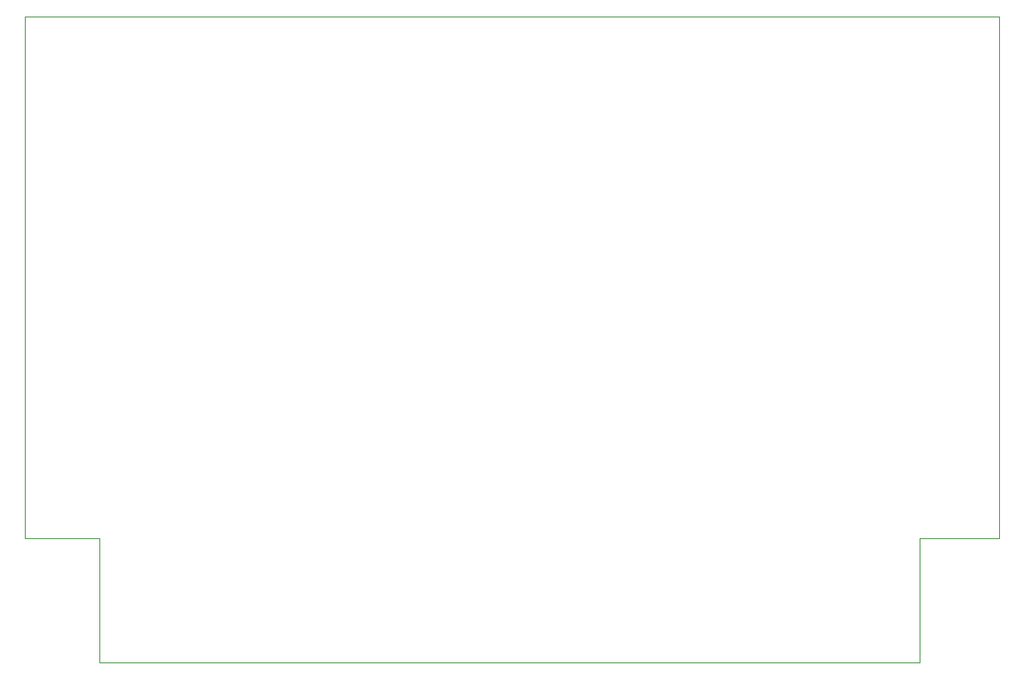
<source format=gm1>
G04 #@! TF.GenerationSoftware,KiCad,Pcbnew,(5.1.12-1-10_14)*
G04 #@! TF.CreationDate,2022-01-01T14:19:29-07:00*
G04 #@! TF.ProjectId,GenMemBlock,47656e4d-656d-4426-9c6f-636b2e6b6963,rev?*
G04 #@! TF.SameCoordinates,Original*
G04 #@! TF.FileFunction,Profile,NP*
%FSLAX46Y46*%
G04 Gerber Fmt 4.6, Leading zero omitted, Abs format (unit mm)*
G04 Created by KiCad (PCBNEW (5.1.12-1-10_14)) date 2022-01-01 14:19:29*
%MOMM*%
%LPD*%
G01*
G04 APERTURE LIST*
G04 #@! TA.AperFunction,Profile*
%ADD10C,0.038100*%
G04 #@! TD*
G04 #@! TA.AperFunction,Profile*
%ADD11C,0.100000*%
G04 #@! TD*
G04 APERTURE END LIST*
D10*
X30480000Y-121920000D02*
X38100000Y-121920000D01*
X121920000Y-121920000D02*
X130048000Y-121920000D01*
X121920000Y-134620000D02*
X121920000Y-121920000D01*
X38100000Y-134620000D02*
X121920000Y-134620000D01*
X38100000Y-121920000D02*
X38100000Y-134620000D01*
D11*
X30480000Y-68580000D02*
X130048000Y-68580000D01*
X130048000Y-68580000D02*
X130048000Y-121920000D01*
X30480000Y-121920000D02*
X30480000Y-68580000D01*
M02*

</source>
